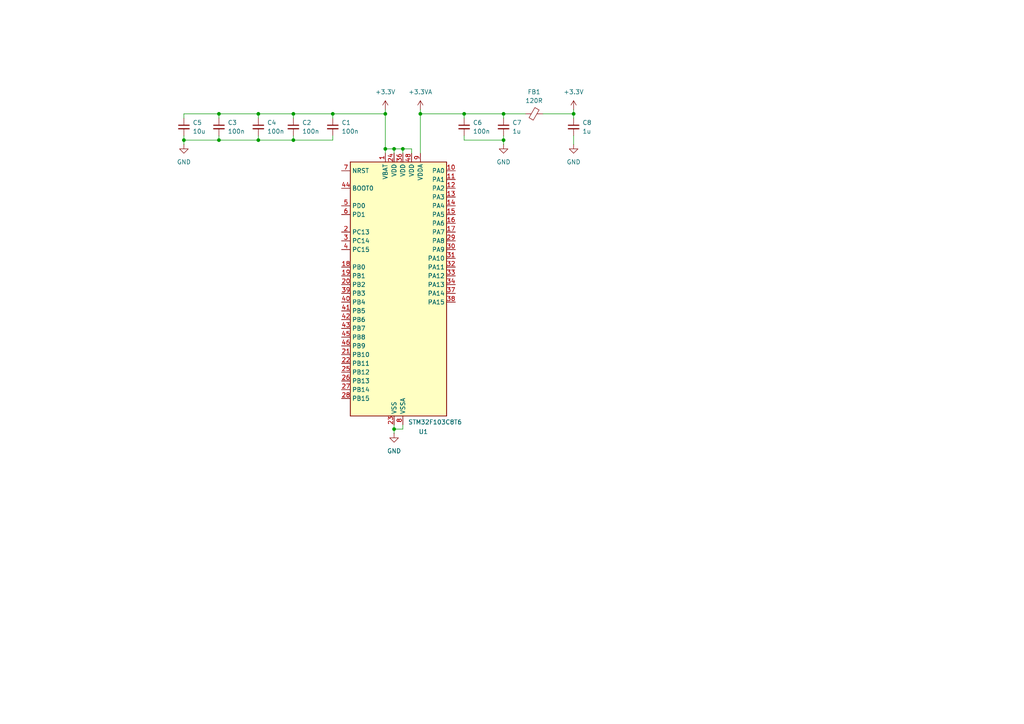
<source format=kicad_sch>
(kicad_sch (version 20231120) (generator "eeschema") (generator_version "8.0")
  (paper "A4")
  (lib_symbols
    (symbol "Device:C_Small" (pin_numbers hide) (pin_names (offset 0.254) hide)
      (property "Reference" "C" (at 0.254 1.778 0))
      (property "Value" "C_Small" (at 0.254 -2.032 0))
      (symbol "C_Small_0_1"
        (polyline (pts (xy -1.524 -0.508) (xy 1.524 -0.508)) (stroke (width 0.3302)))
        (polyline (pts (xy -1.524 0.508) (xy 1.524 0.508)) (stroke (width 0.3048)))
      )
      (symbol "C_Small_1_1"
        (pin passive line (at 0 2.54 270) (length 2.032) (name "~") (number "1"))
        (pin passive line (at 0 -2.54 90) (length 2.032) (name "~") (number "2"))
      )
    )
    (symbol "Device:FerriteBead_Small" (pin_numbers hide) (pin_names (offset 0))
      (property "Reference" "FB" (at 1.905 1.27 0))
      (property "Value" "FerriteBead_Small" (at 1.905 -1.27 0))
      (symbol "FerriteBead_Small_0_1"
        (polyline (pts (xy 0 -1.27) (xy 0 -0.7874)))
        (polyline (pts (xy 0 0.889) (xy 0 1.2954)))
        (polyline (pts (xy -1.8288 0.2794) (xy -1.1176 1.4986) (xy 1.8288 -0.2032) (xy 1.1176 -1.4224) (xy -1.8288 0.2794)))
      )
      (symbol "FerriteBead_Small_1_1"
        (pin passive line (at 0 2.54 270) (length 1.27) (name "~") (number "1"))
        (pin passive line (at 0 -2.54 90) (length 1.27) (name "~") (number "2"))
      )
    )
    (symbol "MCU_ST_STM32F1:STM32F103C8Tx"
      (property "Reference" "U" (at -12.7 39.37 0))
      (property "Value" "STM32F103C8Tx" (at 10.16 39.37 0))
      (symbol "STM32F103C8Tx_0_1"
        (rectangle (start -12.7 -35.56) (end 15.24 38.1) (stroke (width 0.254)) (fill (type background)))
      )
      (symbol "STM32F103C8Tx_1_1"
        (pin power_in line (at -2.54 40.64 270) (length 2.54) (name "VBAT") (number "1"))
        (pin bidirectional line (at 17.78 35.56 180) (length 2.54) (name "PA0") (number "10"))
        (pin bidirectional line (at 17.78 33.02 180) (length 2.54) (name "PA1") (number "11"))
        (pin bidirectional line (at 17.78 30.48 180) (length 2.54) (name "PA2") (number "12"))
        (pin bidirectional line (at 17.78 27.94 180) (length 2.54) (name "PA3") (number "13"))
        (pin bidirectional line (at 17.78 25.4 180) (length 2.54) (name "PA4") (number "14"))
        (pin bidirectional line (at 17.78 22.86 180) (length 2.54) (name "PA5") (number "15"))
        (pin bidirectional line (at 17.78 20.32 180) (length 2.54) (name "PA6") (number "16"))
        (pin bidirectional line (at 17.78 17.78 180) (length 2.54) (name "PA7") (number "17"))
        (pin bidirectional line (at -15.24 7.62 0) (length 2.54) (name "PB0") (number "18"))
        (pin bidirectional line (at -15.24 5.08 0) (length 2.54) (name "PB1") (number "19"))
        (pin bidirectional line (at -15.24 17.78 0) (length 2.54) (name "PC13") (number "2"))
        (pin bidirectional line (at -15.24 2.54 0) (length 2.54) (name "PB2") (number "20"))
        (pin bidirectional line (at -15.24 -17.78 0) (length 2.54) (name "PB10") (number "21"))
        (pin bidirectional line (at -15.24 -20.32 0) (length 2.54) (name "PB11") (number "22"))
        (pin power_in line (at 0 -38.1 90) (length 2.54) (name "VSS") (number "23"))
        (pin power_in line (at 0 40.64 270) (length 2.54) (name "VDD") (number "24"))
        (pin bidirectional line (at -15.24 -22.86 0) (length 2.54) (name "PB12") (number "25"))
        (pin bidirectional line (at -15.24 -25.4 0) (length 2.54) (name "PB13") (number "26"))
        (pin bidirectional line (at -15.24 -27.94 0) (length 2.54) (name "PB14") (number "27"))
        (pin bidirectional line (at -15.24 -30.48 0) (length 2.54) (name "PB15") (number "28"))
        (pin bidirectional line (at 17.78 15.24 180) (length 2.54) (name "PA8") (number "29"))
        (pin bidirectional line (at -15.24 15.24 0) (length 2.54) (name "PC14") (number "3"))
        (pin bidirectional line (at 17.78 12.7 180) (length 2.54) (name "PA9") (number "30"))
        (pin bidirectional line (at 17.78 10.16 180) (length 2.54) (name "PA10") (number "31"))
        (pin bidirectional line (at 17.78 7.62 180) (length 2.54) (name "PA11") (number "32"))
        (pin bidirectional line (at 17.78 5.08 180) (length 2.54) (name "PA12") (number "33"))
        (pin bidirectional line (at 17.78 2.54 180) (length 2.54) (name "PA13") (number "34"))
        (pin passive line (at 0 -38.1 90) (length 2.54) hide (name "VSS") (number "35"))
        (pin power_in line (at 2.54 40.64 270) (length 2.54) (name "VDD") (number "36"))
        (pin bidirectional line (at 17.78 0 180) (length 2.54) (name "PA14") (number "37"))
        (pin bidirectional line (at 17.78 -2.54 180) (length 2.54) (name "PA15") (number "38"))
        (pin bidirectional line (at -15.24 0 0) (length 2.54) (name "PB3") (number "39"))
        (pin bidirectional line (at -15.24 12.7 0) (length 2.54) (name "PC15") (number "4"))
        (pin bidirectional line (at -15.24 -2.54 0) (length 2.54) (name "PB4") (number "40"))
        (pin bidirectional line (at -15.24 -5.08 0) (length 2.54) (name "PB5") (number "41"))
        (pin bidirectional line (at -15.24 -7.62 0) (length 2.54) (name "PB6") (number "42"))
        (pin bidirectional line (at -15.24 -10.16 0) (length 2.54) (name "PB7") (number "43"))
        (pin input line (at -15.24 30.48 0) (length 2.54) (name "BOOT0") (number "44"))
        (pin bidirectional line (at -15.24 -12.7 0) (length 2.54) (name "PB8") (number "45"))
        (pin bidirectional line (at -15.24 -15.24 0) (length 2.54) (name "PB9") (number "46"))
        (pin passive line (at 0 -38.1 90) (length 2.54) hide (name "VSS") (number "47"))
        (pin power_in line (at 5.08 40.64 270) (length 2.54) (name "VDD") (number "48"))
        (pin bidirectional line (at -15.24 25.4 0) (length 2.54) (name "PD0") (number "5"))
        (pin bidirectional line (at -15.24 22.86 0) (length 2.54) (name "PD1") (number "6"))
        (pin input line (at -15.24 35.56 0) (length 2.54) (name "NRST") (number "7"))
        (pin power_in line (at 2.54 -38.1 90) (length 2.54) (name "VSSA") (number "8"))
        (pin power_in line (at 7.62 40.64 270) (length 2.54) (name "VDDA") (number "9"))
      )
    )
    (symbol "power:+3.3V" (power) (pin_numbers hide) (pin_names (offset 0) hide)
      (property "Value" "+3.3V" (at 0 3.556 0))
      (symbol "+3.3V_0_1"
        (polyline (pts (xy -0.762 1.27) (xy 0 2.54)))
        (polyline (pts (xy 0 0) (xy 0 2.54)))
        (polyline (pts (xy 0 2.54) (xy 0.762 1.27)))
      )
      (symbol "+3.3V_1_1"
        (pin power_in line (at 0 0 90) (length 0) (name "~") (number "1"))
      )
    )
    (symbol "power:+3.3VA" (power) (pin_numbers hide) (pin_names (offset 0) hide)
      (property "Value" "+3.3VA" (at 0 3.556 0))
      (symbol "+3.3VA_0_1"
        (polyline (pts (xy -0.762 1.27) (xy 0 2.54)))
        (polyline (pts (xy 0 0) (xy 0 2.54)))
        (polyline (pts (xy 0 2.54) (xy 0.762 1.27)))
      )
      (symbol "+3.3VA_1_1"
        (pin power_in line (at 0 0 90) (length 0) (name "~") (number "1"))
      )
    )
    (symbol "power:GND" (power) (pin_numbers hide) (pin_names (offset 0) hide)
      (property "Value" "GND" (at 0 -3.81 0))
      (symbol "GND_0_1"
        (polyline (pts (xy 0 0) (xy 0 -1.27) (xy 1.27 -1.27) (xy 0 -2.54) (xy -1.27 -1.27) (xy 0 -1.27)))
      )
      (symbol "GND_1_1"
        (pin power_in line (at 0 0 270) (length 0) (name "~") (number "1"))
      )
    )
  )
  (junction (at 63.5 33.02))
  (junction (at 146.05 33.02))
  (junction (at 166.37 33.02))
  (junction (at 85.09 40.64))
  (junction (at 116.84 43.18))
  (junction (at 114.3 43.18))
  (junction (at 74.93 40.64))
  (junction (at 146.05 40.64))
  (junction (at 74.93 33.02))
  (junction (at 134.62 33.02))
  (junction (at 85.09 33.02))
  (junction (at 111.76 33.02))
  (junction (at 111.76 43.18))
  (junction (at 114.3 124.46))
  (junction (at 121.92 33.02))
  (junction (at 96.52 33.02))
  (junction (at 53.34 40.64))
  (junction (at 63.5 40.64))
  (wire (pts (xy 111.76 43.18) (xy 111.76 44.45)))
  (wire (pts (xy 116.84 123.19) (xy 116.84 124.46)))
  (wire (pts (xy 63.5 39.37) (xy 63.5 40.64)))
  (wire (pts (xy 63.5 33.02) (xy 63.5 34.29)))
  (wire (pts (xy 116.84 43.18) (xy 116.84 44.45)))
  (wire (pts (xy 53.34 39.37) (xy 53.34 40.64)))
  (wire (pts (xy 53.34 33.02) (xy 63.5 33.02)))
  (wire (pts (xy 134.62 39.37) (xy 134.62 40.64)))
  (wire (pts (xy 134.62 40.64) (xy 146.05 40.64)))
  (wire (pts (xy 53.34 40.64) (xy 53.34 41.91)))
  (wire (pts (xy 114.3 124.46) (xy 114.3 125.73)))
  (wire (pts (xy 157.48 33.02) (xy 166.37 33.02)))
  (wire (pts (xy 166.37 31.75) (xy 166.37 33.02)))
  (wire (pts (xy 114.3 123.19) (xy 114.3 124.46)))
  (wire (pts (xy 85.09 33.02) (xy 85.09 34.29)))
  (wire (pts (xy 63.5 40.64) (xy 74.93 40.64)))
  (wire (pts (xy 96.52 33.02) (xy 111.76 33.02)))
  (wire (pts (xy 116.84 124.46) (xy 114.3 124.46)))
  (wire (pts (xy 96.52 40.64) (xy 96.52 39.37)))
  (wire (pts (xy 85.09 39.37) (xy 85.09 40.64)))
  (wire (pts (xy 146.05 39.37) (xy 146.05 40.64)))
  (wire (pts (xy 111.76 43.18) (xy 111.76 33.02)))
  (wire (pts (xy 116.84 43.18) (xy 114.3 43.18)))
  (wire (pts (xy 85.09 33.02) (xy 96.52 33.02)))
  (wire (pts (xy 114.3 43.18) (xy 114.3 44.45)))
  (wire (pts (xy 119.38 43.18) (xy 116.84 43.18)))
  (wire (pts (xy 96.52 33.02) (xy 96.52 34.29)))
  (wire (pts (xy 74.93 33.02) (xy 85.09 33.02)))
  (wire (pts (xy 53.34 34.29) (xy 53.34 33.02)))
  (wire (pts (xy 146.05 33.02) (xy 152.4 33.02)))
  (wire (pts (xy 74.93 39.37) (xy 74.93 40.64)))
  (wire (pts (xy 166.37 39.37) (xy 166.37 41.91)))
  (wire (pts (xy 119.38 44.45) (xy 119.38 43.18)))
  (wire (pts (xy 74.93 40.64) (xy 85.09 40.64)))
  (wire (pts (xy 166.37 33.02) (xy 166.37 34.29)))
  (wire (pts (xy 121.92 33.02) (xy 121.92 44.45)))
  (wire (pts (xy 63.5 33.02) (xy 74.93 33.02)))
  (wire (pts (xy 114.3 43.18) (xy 111.76 43.18)))
  (wire (pts (xy 121.92 33.02) (xy 134.62 33.02)))
  (wire (pts (xy 53.34 40.64) (xy 63.5 40.64)))
  (wire (pts (xy 121.92 31.75) (xy 121.92 33.02)))
  (wire (pts (xy 111.76 31.75) (xy 111.76 33.02)))
  (wire (pts (xy 146.05 33.02) (xy 146.05 34.29)))
  (wire (pts (xy 74.93 33.02) (xy 74.93 34.29)))
  (wire (pts (xy 146.05 40.64) (xy 146.05 41.91)))
  (wire (pts (xy 134.62 33.02) (xy 134.62 34.29)))
  (wire (pts (xy 134.62 33.02) (xy 146.05 33.02)))
  (wire (pts (xy 85.09 40.64) (xy 96.52 40.64)))
  (symbol (lib_id "Device:C_Small") (at 74.93 36.83 0) (unit 1)
    (property "Reference" "C4" (at 77.47 35.5662 0) (effects (justify left)))
    (property "Value" "100n" (at 77.47 38.1062 0) (effects (justify left)))
    (property "Description" "Unpolarized capacitor, small symbol" (effects (hide yes)))
  )
  (symbol (lib_id "Device:C_Small") (at 134.62 36.83 0) (unit 1)
    (property "Reference" "C6" (at 137.16 35.5662 0) (effects (justify left)))
    (property "Value" "100n" (at 137.16 38.1062 0) (effects (justify left)))
    (property "Description" "Unpolarized capacitor, small symbol" (effects (hide yes)))
  )
  (symbol (lib_id "power:+3.3VA") (at 121.92 31.75 0) (unit 1)
    (property "Reference" "#PWR03" (effects (hide yes)))
    (property "Value" "+3.3VA" (at 121.92 26.67 0))
    (property "Description" "Power symbol creates a global label with name \"+3.3VA\"" (effects (hide yes)))
  )
  (symbol (lib_id "Device:C_Small") (at 85.09 36.83 0) (unit 1)
    (property "Reference" "C2" (at 87.63 35.5662 0) (effects (justify left)))
    (property "Value" "100n" (at 87.63 38.1062 0) (effects (justify left)))
    (property "Description" "Unpolarized capacitor, small symbol" (effects (hide yes)))
  )
  (symbol (lib_id "Device:C_Small") (at 53.34 36.83 0) (unit 1)
    (property "Reference" "C5" (at 55.88 35.5662 0) (effects (justify left)))
    (property "Value" "10u" (at 55.88 38.1062 0) (effects (justify left)))
    (property "Description" "Unpolarized capacitor, small symbol" (effects (hide yes)))
  )
  (symbol (lib_id "Device:C_Small") (at 146.05 36.83 0) (unit 1)
    (property "Reference" "C7" (at 148.59 35.5662 0) (effects (justify left)))
    (property "Value" "1u" (at 148.59 38.1062 0) (effects (justify left)))
    (property "Description" "Unpolarized capacitor, small symbol" (effects (hide yes)))
  )
  (symbol (lib_id "power:GND") (at 166.37 41.91 0) (unit 1)
    (property "Reference" "#PWR05" (effects (hide yes)))
    (property "Value" "GND" (at 166.37 46.99 0))
    (property "Description" "Power symbol creates a global label with name \"GND\" , ground" (effects (hide yes)))
  )
  (symbol (lib_id "power:+3.3V") (at 166.37 31.75 0) (unit 1)
    (property "Reference" "#PWR06" (effects (hide yes)))
    (property "Value" "+3.3V" (at 166.37 26.67 0))
    (property "Description" "Power symbol creates a global label with name \"+3.3V\"" (effects (hide yes)))
  )
  (symbol (lib_id "Device:FerriteBead_Small") (at 154.94 33.02 90) (unit 1)
    (property "Reference" "FB1" (at 154.9019 26.67 90))
    (property "Value" "120R" (at 154.9019 29.21 90))
    (property "Description" "Ferrite bead, small symbol" (effects (hide yes)))
  )
  (symbol (lib_id "power:+3.3V") (at 111.76 31.75 0) (unit 1)
    (property "Reference" "#PWR01" (effects (hide yes)))
    (property "Value" "+3.3V" (at 111.76 26.67 0))
    (property "Description" "Power symbol creates a global label with name \"+3.3V\"" (effects (hide yes)))
  )
  (symbol (lib_id "power:GND") (at 114.3 125.73 0) (unit 1)
    (property "Reference" "#PWR07" (effects (hide yes)))
    (property "Value" "GND" (at 114.3 130.81 0))
    (property "Description" "Power symbol creates a global label with name \"GND\" , ground" (effects (hide yes)))
  )
  (symbol (lib_id "power:GND") (at 146.05 41.91 0) (unit 1)
    (property "Reference" "#PWR04" (effects (hide yes)))
    (property "Value" "GND" (at 146.05 46.99 0))
    (property "Description" "Power symbol creates a global label with name \"GND\" , ground" (effects (hide yes)))
  )
  (symbol (lib_id "power:GND") (at 53.34 41.91 0) (unit 1)
    (property "Reference" "#PWR02" (effects (hide yes)))
    (property "Value" "GND" (at 53.34 46.99 0))
    (property "Description" "Power symbol creates a global label with name \"GND\" , ground" (effects (hide yes)))
  )
  (symbol (lib_id "Device:C_Small") (at 96.52 36.83 0) (unit 1)
    (property "Reference" "C1" (at 99.06 35.5662 0) (effects (justify left)))
    (property "Value" "100n" (at 99.06 38.1062 0) (effects (justify left)))
    (property "Description" "Unpolarized capacitor, small symbol" (effects (hide yes)))
  )
  (symbol (lib_id "Device:C_Small") (at 63.5 36.83 0) (unit 1)
    (property "Reference" "C3" (at 66.04 35.5662 0) (effects (justify left)))
    (property "Value" "100n" (at 66.04 38.1062 0) (effects (justify left)))
    (property "Description" "Unpolarized capacitor, small symbol" (effects (hide yes)))
  )
  (symbol (lib_id "MCU_ST_STM32F1:STM32F103C8Tx") (at 114.3 85.09 0) (unit 1)
    (property "Reference" "U1" (at 121.412 125.222 0) (effects (justify left)))
    (property "Value" "STM32F103C8T6" (at 118.364 122.428 0) (effects (justify left)))
    (property "Footprint" "Package_QFP:LQFP-48_7x7mm_P0.5mm" (effects (hide yes)))
    (property "Datasheet" "https://www.st.com/resource/en/datasheet/stm32f103c8.pdf" (effects (hide yes)))
    (property "Description" "STMicroelectronics Arm Cortex-M3 MCU, 64KB flash, 20KB RAM, 72 MHz, 2.0-3.6V, 37 GPIO, LQFP48" (effects (hide yes)))
  )
  (symbol (lib_id "Device:C_Small") (at 166.37 36.83 0) (unit 1)
    (property "Reference" "C8" (at 168.91 35.5662 0) (effects (justify left)))
    (property "Value" "1u" (at 168.91 38.1062 0) (effects (justify left)))
    (property "Description" "Unpolarized capacitor, small symbol" (effects (hide yes)))
  )
)
</source>
